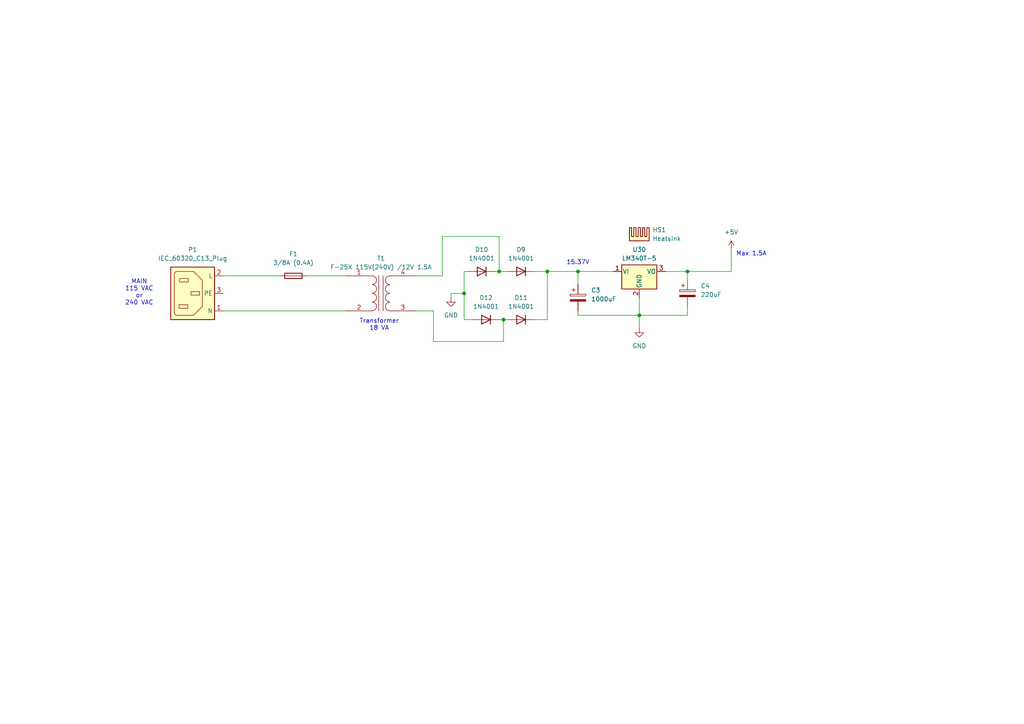
<source format=kicad_sch>
(kicad_sch (version 20231120) (generator "eeschema") (generator_version "8.0")
  (paper "A4")
  (title_block (title "ISAP-1 COMPUTER") (date "2024-11-27") (rev "Version 1") (comment 1 "by Linca Marius Gheorghe") (comment 3 "Power Supply"))
  (lib_symbols
    (symbol "Connector:IEC_60320_C13_Plug"
      (property "Reference" "P" (at -5.842 8.636 0))
      (property "Value" "IEC_60320_C13_Plug" (at 0.508 -9.144 0))
      (symbol "IEC_60320_C13_Plug_1_1"
        (rectangle (start -6.35 7.62) (end 6.35 -7.62) (stroke (width 0.254)) (fill (type background)))
        (rectangle (start -3.937 -3.302) (end -1.397 -4.318))
        (rectangle (start -3.81 4.318) (end -1.27 3.302))
        (rectangle (start -0.508 0.508) (end 2.032 -0.508))
        (polyline (pts (xy -4.826 -6.35) (xy -5.334 -5.842) (xy -5.334 5.842) (xy -4.826 6.35) (xy 0.254 6.35) (xy 2.794 3.81) (xy 2.794 -3.81) (xy 0.254 -6.35) (xy -4.826 -6.35)) (fill (type background)))
        (pin power_in line (at 8.89 -5.08 180) (length 2.54) (name "N") (number "1"))
        (pin power_in line (at 8.89 5.08 180) (length 2.54) (name "L") (number "2"))
        (pin bidirectional line (at 8.89 0 180) (length 2.54) (name "PE") (number "3"))
      )
    )
    (symbol "Device:C_Polarized" (pin_numbers hide) (pin_names (offset 0.254))
      (property "Reference" "C" (at 0.635 2.54 0))
      (property "Value" "C_Polarized" (at 0.635 -2.54 0))
      (symbol "C_Polarized_0_1"
        (rectangle (start -2.286 0.508) (end 2.286 1.016))
        (polyline (pts (xy -1.778 2.286) (xy -0.762 2.286)))
        (polyline (pts (xy -1.27 2.794) (xy -1.27 1.778)))
        (rectangle (start 2.286 -0.508) (end -2.286 -1.016) (fill (type outline)))
      )
      (symbol "C_Polarized_1_1"
        (pin passive line (at 0 3.81 270) (length 2.794) (name "~") (number "1"))
        (pin passive line (at 0 -3.81 90) (length 2.794) (name "~") (number "2"))
      )
    )
    (symbol "Device:Fuse" (pin_numbers hide) (pin_names (offset 0))
      (property "Reference" "F" (at 2.032 0 90))
      (property "Value" "Fuse" (at -1.905 0 90))
      (symbol "Fuse_0_1"
        (rectangle (start -0.762 -2.54) (end 0.762 2.54) (stroke (width 0.254)))
        (polyline (pts (xy 0 2.54) (xy 0 -2.54)))
      )
      (symbol "Fuse_1_1"
        (pin passive line (at 0 3.81 270) (length 1.27) (name "~") (number "1"))
        (pin passive line (at 0 -3.81 90) (length 1.27) (name "~") (number "2"))
      )
    )
    (symbol "Device:Transformer_1P_1S" (pin_names (offset 1.016) hide)
      (property "Reference" "T" (at 0 6.35 0))
      (property "Value" "Transformer_1P_1S" (at 0 -7.62 0))
      (symbol "Transformer_1P_1S_0_1"
        (arc (start -2.54 -5.0546) (mid -1.6599 -4.6901) (end -1.27 -3.81))
        (arc (start -2.54 -2.5146) (mid -1.6599 -2.1501) (end -1.27 -1.27))
        (arc (start -2.54 0.0254) (mid -1.6599 0.3899) (end -1.27 1.27))
        (arc (start -2.54 2.5654) (mid -1.6599 2.9299) (end -1.27 3.81))
        (arc (start -1.27 -3.81) (mid -1.642 -2.912) (end -2.54 -2.54))
        (arc (start -1.27 -1.27) (mid -1.642 -0.372) (end -2.54 0))
        (arc (start -1.27 1.27) (mid -1.642 2.168) (end -2.54 2.54))
        (arc (start -1.27 3.81) (mid -1.642 4.708) (end -2.54 5.08))
        (polyline (pts (xy -0.635 5.08) (xy -0.635 -5.08)))
        (polyline (pts (xy 0.635 -5.08) (xy 0.635 5.08)))
        (arc (start 1.2954 -1.27) (mid 1.6599 -2.1501) (end 2.54 -2.5146))
        (arc (start 1.2954 1.27) (mid 1.6599 0.3899) (end 2.54 0.0254))
        (arc (start 1.2954 3.81) (mid 1.6599 2.9299) (end 2.54 2.5654))
        (arc (start 1.3208 -3.81) (mid 1.6853 -4.6901) (end 2.5654 -5.0546))
        (arc (start 2.54 0) (mid 1.642 -0.372) (end 1.2954 -1.27))
        (arc (start 2.54 2.54) (mid 1.642 2.168) (end 1.2954 1.27))
        (arc (start 2.54 5.08) (mid 1.642 4.708) (end 1.2954 3.81))
        (arc (start 2.5654 -2.54) (mid 1.6674 -2.912) (end 1.3208 -3.81))
      )
      (symbol "Transformer_1P_1S_1_1"
        (pin passive line (at -10.16 5.08 0) (length 7.62) (name "AA") (number "1"))
        (pin passive line (at -10.16 -5.08 0) (length 7.62) (name "AB") (number "2"))
        (pin passive line (at 10.16 -5.08 180) (length 7.62) (name "SA") (number "3"))
        (pin passive line (at 10.16 5.08 180) (length 7.62) (name "SB") (number "4"))
      )
    )
    (symbol "Diode:1N4001" (pin_numbers hide) (pin_names hide)
      (property "Reference" "D" (at 0 2.54 0))
      (property "Value" "1N4001" (at 0 -2.54 0))
      (symbol "1N4001_0_1"
        (polyline (pts (xy -1.27 1.27) (xy -1.27 -1.27)) (stroke (width 0.254)))
        (polyline (pts (xy 1.27 0) (xy -1.27 0)))
        (polyline (pts (xy 1.27 1.27) (xy 1.27 -1.27) (xy -1.27 0) (xy 1.27 1.27)) (stroke (width 0.254)))
      )
      (symbol "1N4001_1_1"
        (pin passive line (at -3.81 0 0) (length 2.54) (name "K") (number "1"))
        (pin passive line (at 3.81 0 180) (length 2.54) (name "A") (number "2"))
      )
    )
    (symbol "Mechanical:Heatsink" (pin_names (offset 1.016)) (exclude_from_sim yes)
      (property "Reference" "HS" (at 0 5.08 0))
      (property "Value" "Heatsink" (at 0 -1.27 0))
      (symbol "Heatsink_0_1"
        (polyline (pts (xy -0.3302 1.27) (xy -0.9652 1.27) (xy -0.9652 3.81) (xy -1.6002 3.81) (xy -1.6002 1.27) (xy -2.2352 1.27) (xy -2.2352 3.81) (xy -2.8702 3.81) (xy -2.8702 0) (xy -0.9652 0)) (stroke (width 0.254)) (fill (type background)))
        (polyline (pts (xy -0.3302 1.27) (xy -0.3302 3.81) (xy 0.3048 3.81) (xy 0.3048 1.27) (xy 0.9398 1.27) (xy 0.9398 3.81) (xy 1.5748 3.81) (xy 1.5748 1.27) (xy 2.2098 1.27) (xy 2.2098 3.81) (xy 2.8448 3.81) (xy 2.8448 0) (xy -0.9652 0)) (stroke (width 0.254)) (fill (type background)))
      )
    )
    (symbol "Regulator_Linear:LM341T-05_TO220" (pin_names (offset 0.254))
      (property "Reference" "U" (at -3.81 3.175 0))
      (property "Value" "LM341T-05_TO220" (at 0 3.175 0))
      (symbol "LM341T-05_TO220_0_1"
        (rectangle (start -5.08 1.905) (end 5.08 -5.08) (stroke (width 0.254)) (fill (type background)))
      )
      (symbol "LM341T-05_TO220_1_1"
        (pin power_in line (at -7.62 0 0) (length 2.54) (name "VI") (number "1"))
        (pin power_in line (at 0 -7.62 90) (length 2.54) (name "GND") (number "2"))
        (pin power_out line (at 7.62 0 180) (length 2.54) (name "VO") (number "3"))
      )
    )
    (symbol "power:+5V" (power) (pin_numbers hide) (pin_names (offset 0) hide)
      (property "Value" "+5V" (at 0 3.556 0))
      (symbol "+5V_0_1"
        (polyline (pts (xy -0.762 1.27) (xy 0 2.54)))
        (polyline (pts (xy 0 0) (xy 0 2.54)))
        (polyline (pts (xy 0 2.54) (xy 0.762 1.27)))
      )
      (symbol "+5V_1_1"
        (pin power_in line (at 0 0 90) (length 0) (name "~") (number "1"))
      )
    )
    (symbol "power:GND" (power) (pin_numbers hide) (pin_names (offset 0) hide)
      (property "Value" "GND" (at 0 -3.81 0))
      (symbol "GND_0_1"
        (polyline (pts (xy 0 0) (xy 0 -1.27) (xy 1.27 -1.27) (xy 0 -2.54) (xy -1.27 -1.27) (xy 0 -1.27)))
      )
      (symbol "GND_1_1"
        (pin power_in line (at 0 0 270) (length 0) (name "~") (number "1"))
      )
    )
  )
  (junction (at 146.05 92.71))
  (junction (at 167.64 78.74))
  (junction (at 134.62 85.09))
  (junction (at 158.75 78.74))
  (junction (at 185.42 91.44))
  (junction (at 199.39 78.74))
  (junction (at 144.78 78.74))
  (wire (pts (xy 199.39 81.28) (xy 199.39 78.74)))
  (wire (pts (xy 212.09 72.39) (xy 212.09 78.74)))
  (wire (pts (xy 167.64 78.74) (xy 177.8 78.74)))
  (wire (pts (xy 199.39 78.74) (xy 193.04 78.74)))
  (wire (pts (xy 185.42 91.44) (xy 199.39 91.44)))
  (wire (pts (xy 167.64 90.17) (xy 167.64 91.44)))
  (wire (pts (xy 158.75 78.74) (xy 158.75 92.71)))
  (wire (pts (xy 130.81 86.36) (xy 130.81 85.09)))
  (wire (pts (xy 212.09 78.74) (xy 199.39 78.74)))
  (wire (pts (xy 144.78 68.58) (xy 144.78 78.74)))
  (wire (pts (xy 120.65 80.01) (xy 128.27 80.01)))
  (wire (pts (xy 199.39 88.9) (xy 199.39 91.44)))
  (wire (pts (xy 64.77 90.17) (xy 100.33 90.17)))
  (wire (pts (xy 125.73 99.06) (xy 146.05 99.06)))
  (wire (pts (xy 125.73 90.17) (xy 125.73 99.06)))
  (wire (pts (xy 128.27 80.01) (xy 128.27 68.58)))
  (wire (pts (xy 134.62 92.71) (xy 137.16 92.71)))
  (wire (pts (xy 88.9 80.01) (xy 100.33 80.01)))
  (wire (pts (xy 185.42 86.36) (xy 185.42 91.44)))
  (wire (pts (xy 154.94 78.74) (xy 158.75 78.74)))
  (wire (pts (xy 130.81 85.09) (xy 134.62 85.09)))
  (wire (pts (xy 146.05 92.71) (xy 144.78 92.71)))
  (wire (pts (xy 135.89 78.74) (xy 134.62 78.74)))
  (wire (pts (xy 144.78 78.74) (xy 147.32 78.74)))
  (wire (pts (xy 146.05 92.71) (xy 147.32 92.71)))
  (wire (pts (xy 185.42 91.44) (xy 185.42 95.25)))
  (wire (pts (xy 146.05 99.06) (xy 146.05 92.71)))
  (wire (pts (xy 167.64 91.44) (xy 185.42 91.44)))
  (wire (pts (xy 128.27 68.58) (xy 144.78 68.58)))
  (wire (pts (xy 64.77 80.01) (xy 81.28 80.01)))
  (wire (pts (xy 154.94 92.71) (xy 158.75 92.71)))
  (wire (pts (xy 167.64 82.55) (xy 167.64 78.74)))
  (wire (pts (xy 144.78 78.74) (xy 143.51 78.74)))
  (wire (pts (xy 167.64 78.74) (xy 158.75 78.74)))
  (wire (pts (xy 120.65 90.17) (xy 125.73 90.17)))
  (wire (pts (xy 134.62 78.74) (xy 134.62 85.09)))
  (wire (pts (xy 134.62 85.09) (xy 134.62 92.71)))
  (text "Transformer\n18 VA" (at 109.982 94.234 0) (effects (font (size 1.27 1.27))))
  (text "Max 1.5A" (at 217.932 73.66 0) (effects (font (size 1.27 1.27))))
  (text "15.37V" (at 167.64 76.2 0) (effects (font (size 1.27 1.27))))
  (text "MAIN\n115 VAC\nor\n240 VAC" (at 40.386 84.836 0) (effects (font (size 1.27 1.27))))
  (symbol (lib_id "Diode:1N4001") (at 151.13 78.74 180) (unit 1)
    (property "Reference" "D9" (at 151.13 72.39 0))
    (property "Value" "1N4001" (at 151.13 74.93 0))
    (property "Footprint" "Diode_THT:D_DO-41_SOD81_P10.16mm_Horizontal" (effects (hide yes)))
    (property "Datasheet" "http://www.vishay.com/docs/88503/1n4001.pdf" (effects (hide yes)))
    (property "Description" "50V 1A General Purpose Rectifier Diode, DO-41" (effects (hide yes)))
    (property "Sim.Device" "D" (effects (hide yes)))
    (property "Sim.Pins" "1=K 2=A" (effects (hide yes)))
  )
  (symbol (lib_id "Device:Transformer_1P_1S") (at 110.49 85.09 0) (unit 1)
    (property "Reference" "T1" (at 110.5027 74.93 0))
    (property "Value" "F-25X 115V(240V) /12V 1.5A" (at 110.5027 77.47 0))
    (property "Footprint" "Transformer_THT:Transformer_CHK_EI54-16VA_Neutral" (effects (hide yes)))
    (property "Description" "Transformer, single primary, single secondary" (effects (hide yes)))
  )
  (symbol (lib_id "Mechanical:Heatsink") (at 185.42 69.85 0) (unit 1) (exclude_from_sim yes)
    (property "Reference" "HS1" (at 189.23 66.6749 0) (effects (justify left)))
    (property "Value" "Heatsink" (at 189.23 69.2149 0) (effects (justify left)))
    (property "Footprint" "Heatsink:Heatsink_AAVID_590302B03600G" (effects (hide yes)))
    (property "Description" "Heatsink" (effects (hide yes)))
  )
  (symbol (lib_id "Diode:1N4001") (at 139.7 78.74 180) (unit 1)
    (property "Reference" "D10" (at 139.7 72.39 0))
    (property "Value" "1N4001" (at 139.7 74.93 0))
    (property "Footprint" "Diode_THT:D_DO-41_SOD81_P10.16mm_Horizontal" (effects (hide yes)))
    (property "Datasheet" "http://www.vishay.com/docs/88503/1n4001.pdf" (effects (hide yes)))
    (property "Description" "50V 1A General Purpose Rectifier Diode, DO-41" (effects (hide yes)))
    (property "Sim.Device" "D" (effects (hide yes)))
    (property "Sim.Pins" "1=K 2=A" (effects (hide yes)))
  )
  (symbol (lib_id "power:GND") (at 130.81 86.36 0) (unit 1)
    (property "Reference" "#PWR05" (effects (hide yes)))
    (property "Value" "GND" (at 130.81 91.44 0))
    (property "Description" "Power symbol creates a global label with name \"GND\" , ground" (effects (hide yes)))
  )
  (symbol (lib_id "power:GND") (at 185.42 95.25 0) (unit 1)
    (property "Reference" "#PWR048" (effects (hide yes)))
    (property "Value" "GND" (at 185.42 100.33 0))
    (property "Description" "Power symbol creates a global label with name \"GND\" , ground" (effects (hide yes)))
  )
  (symbol (lib_id "Device:C_Polarized") (at 167.64 86.36 0) (unit 1)
    (property "Reference" "C3" (at 171.45 84.2009 0) (effects (justify left)))
    (property "Value" "1000uF" (at 171.45 86.7409 0) (effects (justify left)))
    (property "Footprint" "Capacitor_THT:CP_Radial_D10.0mm_P5.00mm" (effects (hide yes)))
    (property "Description" "Polarized capacitor" (effects (hide yes)))
  )
  (symbol (lib_id "Diode:1N4001") (at 140.97 92.71 180) (unit 1)
    (property "Reference" "D12" (at 140.97 86.36 0))
    (property "Value" "1N4001" (at 140.97 88.9 0))
    (property "Footprint" "Diode_THT:D_DO-41_SOD81_P10.16mm_Horizontal" (effects (hide yes)))
    (property "Datasheet" "http://www.vishay.com/docs/88503/1n4001.pdf" (effects (hide yes)))
    (property "Description" "50V 1A General Purpose Rectifier Diode, DO-41" (effects (hide yes)))
    (property "Sim.Device" "D" (effects (hide yes)))
    (property "Sim.Pins" "1=K 2=A" (effects (hide yes)))
  )
  (symbol (lib_id "power:+5V") (at 212.09 72.39 0) (unit 1)
    (property "Reference" "#PWR049" (effects (hide yes)))
    (property "Value" "+5V" (at 212.09 67.31 0))
    (property "Description" "Power symbol creates a global label with name \"+5V\"" (effects (hide yes)))
  )
  (symbol (lib_id "Connector:IEC_60320_C13_Plug") (at 55.88 85.09 0) (unit 1)
    (property "Reference" "P1" (at 55.88 72.39 0))
    (property "Value" "IEC_60320_C13_Plug" (at 55.88 74.93 0))
    (property "Footprint" "Connector_Wire:SolderWire-1.5sqmm_1x03_P6mm_D1.7mm_OD3mm" (effects (hide yes)))
    (property "Description" "C13 Plug, 10A max" (effects (hide yes)))
  )
  (symbol (lib_id "Regulator_Linear:LM341T-05_TO220") (at 185.42 78.74 0) (unit 1)
    (property "Reference" "U30" (at 185.42 72.39 0))
    (property "Value" "LM340T-5" (at 185.42 74.93 0))
    (property "Footprint" "Package_TO_SOT_THT:TO-220-3_Vertical" (effects (hide yes)))
    (property "Datasheet" "https://www.ti.com/lit/ds/symlink/lm341.pdf" (effects (hide yes)))
    (property "Description" "Positive 500mA 35V Linear Regulator, Fixed Output 5V, TO-220" (effects (hide yes)))
  )
  (symbol (lib_id "Device:Fuse") (at 85.09 80.01 90) (unit 1)
    (property "Reference" "F1" (at 85.09 73.66 90))
    (property "Value" "3/8A (0.4A)" (at 85.09 76.2 90))
    (property "Footprint" "Fuse:Fuseholder_Clip-5x20mm_Schurter_CQM_Inline_P20.60x5.00mm_D1.00mm_Horizontal" (effects (hide yes)))
    (property "Description" "Fuse" (effects (hide yes)))
  )
  (symbol (lib_id "Diode:1N4001") (at 151.13 92.71 180) (unit 1)
    (property "Reference" "D11" (at 151.13 86.36 0))
    (property "Value" "1N4001" (at 151.13 88.9 0))
    (property "Footprint" "Diode_THT:D_DO-41_SOD81_P10.16mm_Horizontal" (effects (hide yes)))
    (property "Datasheet" "http://www.vishay.com/docs/88503/1n4001.pdf" (effects (hide yes)))
    (property "Description" "50V 1A General Purpose Rectifier Diode, DO-41" (effects (hide yes)))
    (property "Sim.Device" "D" (effects (hide yes)))
    (property "Sim.Pins" "1=K 2=A" (effects (hide yes)))
  )
  (symbol (lib_id "Device:C_Polarized") (at 199.39 85.09 0) (unit 1)
    (property "Reference" "C4" (at 203.2 82.9309 0) (effects (justify left)))
    (property "Value" "220uF" (at 203.2 85.4709 0) (effects (justify left)))
    (property "Footprint" "Capacitor_THT:CP_Radial_D5.0mm_P2.00mm" (effects (hide yes)))
    (property "Description" "Polarized capacitor" (effects (hide yes)))
  )
)
</source>
